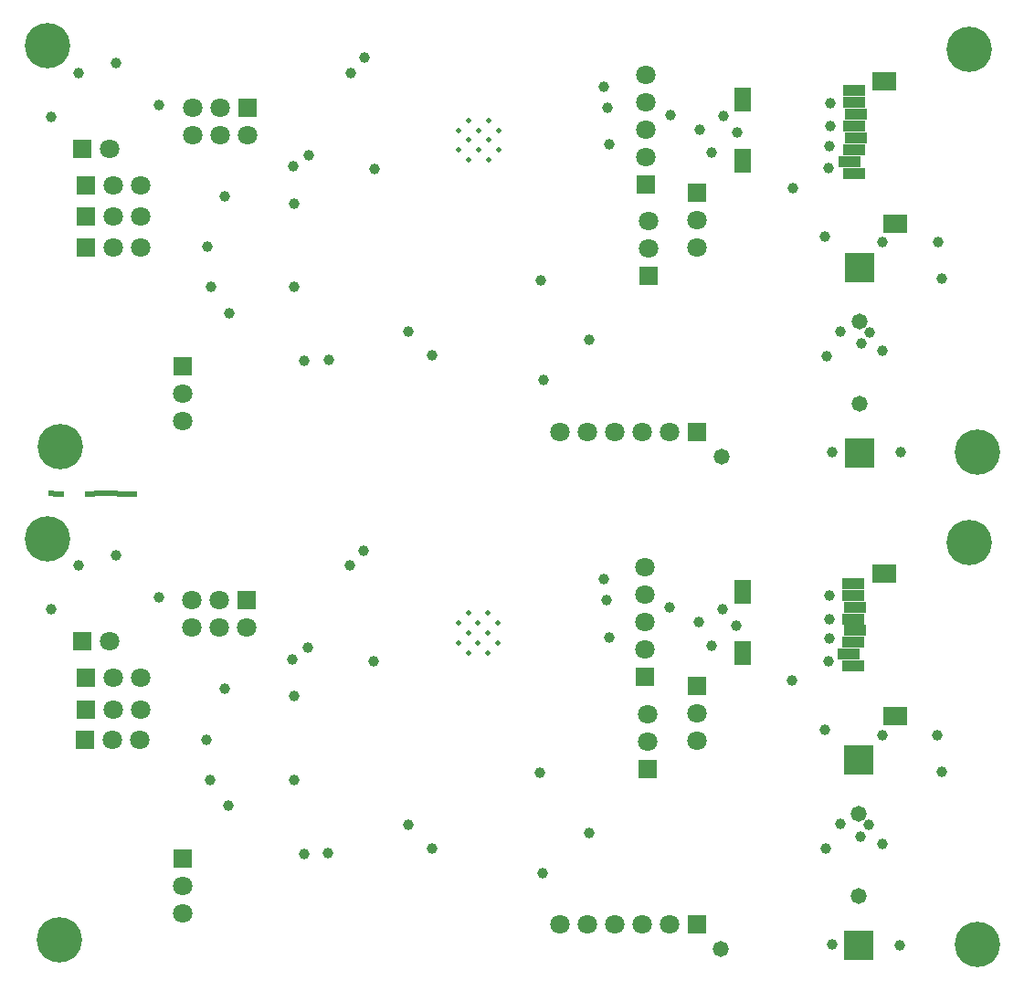
<source format=gbs>
G04 Layer_Color=16711935*
%FSTAX24Y24*%
%MOIN*%
G70*
G01*
G75*
%ADD66R,0.0710X0.0710*%
%ADD67C,0.0710*%
%ADD68R,0.0710X0.0710*%
%ADD69C,0.0198*%
%ADD70C,0.1655*%
%ADD71C,0.0237*%
%ADD72C,0.0580*%
%ADD73C,0.0395*%
%ADD74R,0.1064X0.1064*%
%ADD75R,0.0789X0.0395*%
%ADD76R,0.0867X0.0710*%
%ADD77R,0.0631X0.0867*%
D66*
X03633Y057939D02*
D03*
X03822Y057618D02*
D03*
X036425Y054581D02*
D03*
X019453Y051298D02*
D03*
X019437Y033317D02*
D03*
X038205Y039638D02*
D03*
X036315Y039959D02*
D03*
X036409Y036601D02*
D03*
D67*
X03633Y058939D02*
D03*
Y059939D02*
D03*
Y060939D02*
D03*
Y061939D02*
D03*
X03822Y056618D02*
D03*
Y055618D02*
D03*
X036425Y055581D02*
D03*
Y056581D02*
D03*
X019453Y050298D02*
D03*
Y049298D02*
D03*
X033224Y048904D02*
D03*
X034224D02*
D03*
X035224D02*
D03*
X036224D02*
D03*
X037224D02*
D03*
X019791Y060731D02*
D03*
X020791D02*
D03*
X019791Y059731D02*
D03*
X020791D02*
D03*
X021791D02*
D03*
X016783Y059239D02*
D03*
X016901Y055632D02*
D03*
X017901D02*
D03*
X016913Y057896D02*
D03*
X017913D02*
D03*
X016921Y056754D02*
D03*
X017921D02*
D03*
X019437Y031317D02*
D03*
Y032317D02*
D03*
X038205Y037638D02*
D03*
Y038638D02*
D03*
X036315Y043959D02*
D03*
Y042959D02*
D03*
Y041959D02*
D03*
Y040959D02*
D03*
X036409Y038601D02*
D03*
Y037601D02*
D03*
X017886Y037652D02*
D03*
X016886D02*
D03*
X016767Y041258D02*
D03*
X037208Y030924D02*
D03*
X036208D02*
D03*
X035208D02*
D03*
X034208D02*
D03*
X033208D02*
D03*
X021775Y04175D02*
D03*
X020775D02*
D03*
X019775D02*
D03*
X020775Y04275D02*
D03*
X019775D02*
D03*
X017905Y038774D02*
D03*
X016905D02*
D03*
X017897Y039916D02*
D03*
X016897D02*
D03*
D68*
X038224Y048904D02*
D03*
X021791Y060731D02*
D03*
X015783Y059239D02*
D03*
X015901Y055632D02*
D03*
X015913Y057896D02*
D03*
X015921Y056754D02*
D03*
X015886Y037652D02*
D03*
X015768Y041258D02*
D03*
X038208Y030924D02*
D03*
X021775Y04275D02*
D03*
X015905Y038774D02*
D03*
X015897Y039916D02*
D03*
D69*
X029878Y060266D02*
D03*
X0306D02*
D03*
X029517Y059905D02*
D03*
X030239D02*
D03*
X030962D02*
D03*
X029878Y059544D02*
D03*
X0306D02*
D03*
X029517Y059183D02*
D03*
X030239D02*
D03*
X030962D02*
D03*
X029878Y058821D02*
D03*
X0306D02*
D03*
X030585Y040841D02*
D03*
X029862D02*
D03*
X030946Y041202D02*
D03*
X030223D02*
D03*
X029501D02*
D03*
X030585Y041564D02*
D03*
X029862D02*
D03*
X030946Y041925D02*
D03*
X030223D02*
D03*
X029501D02*
D03*
X030585Y042286D02*
D03*
X029862D02*
D03*
D70*
X048146Y062854D02*
D03*
X048441Y048161D02*
D03*
X014508Y062988D02*
D03*
X014965Y048346D02*
D03*
X014492Y045008D02*
D03*
X048425Y030181D02*
D03*
X04813Y044874D02*
D03*
X014949Y030366D02*
D03*
D71*
X017677Y04663D02*
D03*
X017476D02*
D03*
X017311Y046634D02*
D03*
X017142D02*
D03*
X016976Y046642D02*
D03*
X016807D02*
D03*
X016646D02*
D03*
X016476Y04665D02*
D03*
X016311Y046642D02*
D03*
X016142Y046638D02*
D03*
X015972D02*
D03*
X014638Y04665D02*
D03*
X014815Y046638D02*
D03*
X014992D02*
D03*
D72*
X044126Y049933D02*
D03*
X044128Y052927D02*
D03*
X039094Y048D02*
D03*
X039079Y03002D02*
D03*
X044112Y034947D02*
D03*
X04411Y031953D02*
D03*
D73*
X039173Y060413D02*
D03*
X041701Y057807D02*
D03*
X034287Y052244D02*
D03*
X025565Y061994D02*
D03*
X024772Y051512D02*
D03*
X023874Y05148D02*
D03*
X04715Y054476D02*
D03*
X045634Y048146D02*
D03*
X043067Y060898D02*
D03*
X043063Y060055D02*
D03*
X043051Y059327D02*
D03*
X044978Y055819D02*
D03*
X044986Y051852D02*
D03*
X044193Y052114D02*
D03*
X043154Y048161D02*
D03*
X038295Y059941D02*
D03*
X035024Y059378D02*
D03*
X026427Y058494D02*
D03*
X024028Y059004D02*
D03*
X020978Y057502D02*
D03*
X018575Y060823D02*
D03*
X0445Y052528D02*
D03*
X043457Y052571D02*
D03*
X042929Y051661D02*
D03*
X037228Y060472D02*
D03*
X032594Y050787D02*
D03*
X028551Y051685D02*
D03*
X027677Y052555D02*
D03*
X023508Y057224D02*
D03*
X023472Y058587D02*
D03*
X02113Y053228D02*
D03*
X020331Y055646D02*
D03*
X015646Y061992D02*
D03*
X01465Y060398D02*
D03*
X046996Y055819D02*
D03*
X043008Y058516D02*
D03*
X04289Y05602D02*
D03*
X039659Y059817D02*
D03*
X038748Y059083D02*
D03*
X034817Y061494D02*
D03*
X034933Y060736D02*
D03*
X032504Y054433D02*
D03*
X026059Y062547D02*
D03*
X023508Y054181D02*
D03*
X020461Y054185D02*
D03*
X017016Y062362D02*
D03*
X014634Y042417D02*
D03*
X01563Y044012D02*
D03*
X017Y044382D02*
D03*
X020445Y036205D02*
D03*
X018559Y042843D02*
D03*
X028535Y033705D02*
D03*
X024756Y033531D02*
D03*
X032488Y036453D02*
D03*
X023858Y0335D02*
D03*
X026043Y044567D02*
D03*
X027661Y034575D02*
D03*
X032579Y032807D02*
D03*
X021114Y035248D02*
D03*
X025549Y044014D02*
D03*
X024012Y041024D02*
D03*
X020315Y037665D02*
D03*
X020963Y039522D02*
D03*
X023492Y036201D02*
D03*
Y039244D02*
D03*
X023457Y040606D02*
D03*
X034801Y043514D02*
D03*
X034917Y042756D02*
D03*
X034272Y034264D02*
D03*
X026411Y040514D02*
D03*
X045618Y030165D02*
D03*
X043138Y030181D02*
D03*
X047134Y036496D02*
D03*
X04497Y033872D02*
D03*
X044963Y037839D02*
D03*
X04698D02*
D03*
X042874Y038039D02*
D03*
X044484Y034547D02*
D03*
X042913Y033681D02*
D03*
X043441Y03459D02*
D03*
X044177Y034134D02*
D03*
X043047Y042075D02*
D03*
X043035Y041346D02*
D03*
X043051Y042917D02*
D03*
X042992Y040536D02*
D03*
X035008Y041398D02*
D03*
X037213Y042492D02*
D03*
X038732Y041102D02*
D03*
X039644Y041837D02*
D03*
X039157Y042433D02*
D03*
X03828Y041961D02*
D03*
X041685Y039827D02*
D03*
D74*
X044126Y048132D02*
D03*
Y054904D02*
D03*
X04411Y036924D02*
D03*
Y030152D02*
D03*
D75*
X043925Y058323D02*
D03*
Y061354D02*
D03*
Y060921D02*
D03*
X044004Y060488D02*
D03*
X043925Y060055D02*
D03*
X044004Y059622D02*
D03*
X043768Y058756D02*
D03*
X043925Y059189D02*
D03*
X043909Y041209D02*
D03*
X043752Y040776D02*
D03*
X043988Y041642D02*
D03*
X043909Y042075D02*
D03*
X043988Y042508D02*
D03*
X043909Y042941D02*
D03*
Y043374D02*
D03*
Y040343D02*
D03*
D76*
X045047Y061693D02*
D03*
X045441Y056508D02*
D03*
X045425Y038528D02*
D03*
X045031Y043713D02*
D03*
D77*
X039882Y058791D02*
D03*
Y061035D02*
D03*
X039866Y043055D02*
D03*
Y040811D02*
D03*
M02*

</source>
